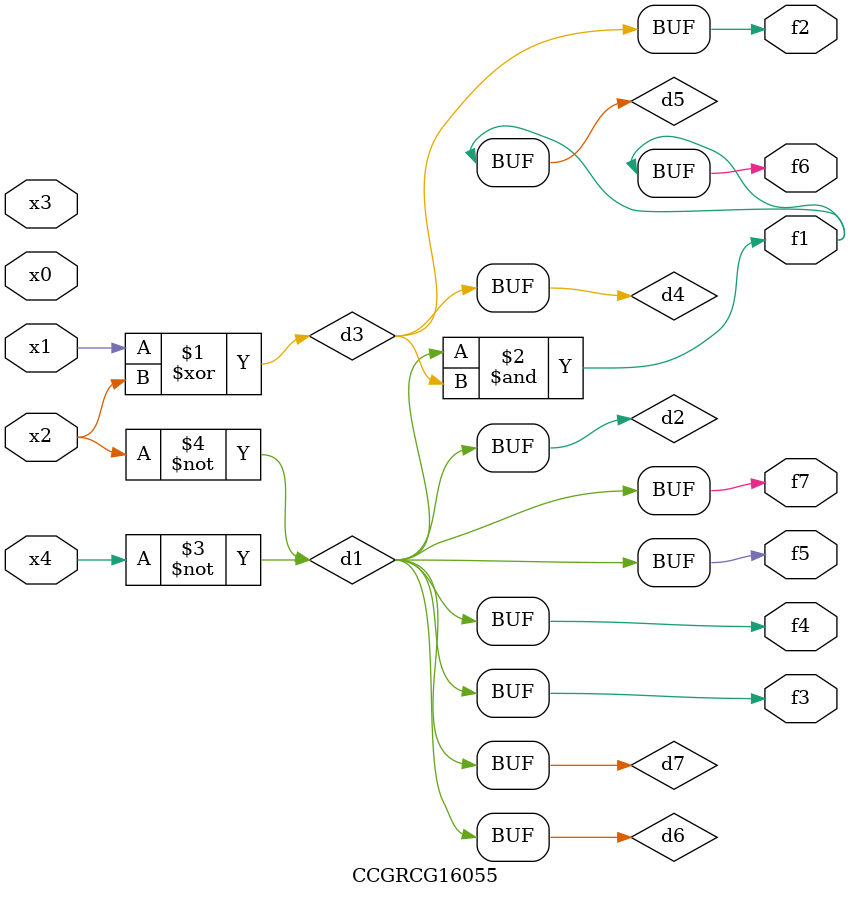
<source format=v>
module CCGRCG16055(
	input x0, x1, x2, x3, x4,
	output f1, f2, f3, f4, f5, f6, f7
);

	wire d1, d2, d3, d4, d5, d6, d7;

	not (d1, x4);
	not (d2, x2);
	xor (d3, x1, x2);
	buf (d4, d3);
	and (d5, d1, d3);
	buf (d6, d1, d2);
	buf (d7, d2);
	assign f1 = d5;
	assign f2 = d4;
	assign f3 = d7;
	assign f4 = d7;
	assign f5 = d7;
	assign f6 = d5;
	assign f7 = d7;
endmodule

</source>
